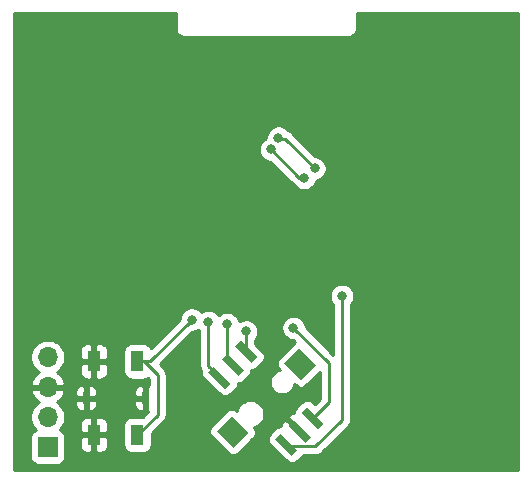
<source format=gtl>
G04 #@! TF.GenerationSoftware,KiCad,Pcbnew,5.1.10-88a1d61d58~90~ubuntu20.04.1*
G04 #@! TF.CreationDate,2021-11-23T17:14:05+00:00*
G04 #@! TF.ProjectId,sketch_v2,736b6574-6368-45f7-9632-2e6b69636164,rev?*
G04 #@! TF.SameCoordinates,Original*
G04 #@! TF.FileFunction,Copper,L1,Top*
G04 #@! TF.FilePolarity,Positive*
%FSLAX46Y46*%
G04 Gerber Fmt 4.6, Leading zero omitted, Abs format (unit mm)*
G04 Created by KiCad (PCBNEW 5.1.10-88a1d61d58~90~ubuntu20.04.1) date 2021-11-23 17:14:05*
%MOMM*%
%LPD*%
G01*
G04 APERTURE LIST*
G04 #@! TA.AperFunction,ComponentPad*
%ADD10O,1.700000X1.700000*%
G04 #@! TD*
G04 #@! TA.AperFunction,ComponentPad*
%ADD11R,1.700000X1.700000*%
G04 #@! TD*
G04 #@! TA.AperFunction,SMDPad,CuDef*
%ADD12C,0.100000*%
G04 #@! TD*
G04 #@! TA.AperFunction,SMDPad,CuDef*
%ADD13R,0.600000X1.000000*%
G04 #@! TD*
G04 #@! TA.AperFunction,SMDPad,CuDef*
%ADD14R,1.100000X1.800000*%
G04 #@! TD*
G04 #@! TA.AperFunction,ViaPad*
%ADD15C,0.800000*%
G04 #@! TD*
G04 #@! TA.AperFunction,Conductor*
%ADD16C,0.250000*%
G04 #@! TD*
G04 #@! TA.AperFunction,Conductor*
%ADD17C,0.254000*%
G04 #@! TD*
G04 #@! TA.AperFunction,Conductor*
%ADD18C,0.100000*%
G04 #@! TD*
G04 APERTURE END LIST*
D10*
X93500000Y-89780000D03*
X93500000Y-92320000D03*
X93500000Y-94860000D03*
D11*
X93500000Y-97400000D03*
G04 #@! TA.AperFunction,SMDPad,CuDef*
D12*
G36*
X113520279Y-90315507D02*
G01*
X114793071Y-89042715D01*
X116207285Y-90456929D01*
X114934493Y-91729721D01*
X113520279Y-90315507D01*
G37*
G04 #@! TD.AperFunction*
G04 #@! TA.AperFunction,SMDPad,CuDef*
G36*
X107792715Y-96043071D02*
G01*
X109065507Y-94770279D01*
X110479721Y-96184493D01*
X109206929Y-97457285D01*
X107792715Y-96043071D01*
G37*
G04 #@! TD.AperFunction*
G04 #@! TA.AperFunction,SMDPad,CuDef*
G36*
X115010861Y-94481780D02*
G01*
X115482501Y-94010140D01*
X116896715Y-95424354D01*
X116425075Y-95895994D01*
X115010861Y-94481780D01*
G37*
G04 #@! TD.AperFunction*
G04 #@! TA.AperFunction,SMDPad,CuDef*
G36*
X113885500Y-95607140D02*
G01*
X114357140Y-95135500D01*
X115771354Y-96549714D01*
X115299714Y-97021354D01*
X113885500Y-95607140D01*
G37*
G04 #@! TD.AperFunction*
G04 #@! TA.AperFunction,SMDPad,CuDef*
G36*
X112760140Y-96732501D02*
G01*
X113231780Y-96260861D01*
X114645994Y-97675075D01*
X114174354Y-98146715D01*
X112760140Y-96732501D01*
G37*
G04 #@! TD.AperFunction*
G04 #@! TA.AperFunction,SMDPad,CuDef*
G36*
X107103285Y-91075646D02*
G01*
X107574925Y-90604006D01*
X108989139Y-92018220D01*
X108517499Y-92489860D01*
X107103285Y-91075646D01*
G37*
G04 #@! TD.AperFunction*
G04 #@! TA.AperFunction,SMDPad,CuDef*
G36*
X108228646Y-89950286D02*
G01*
X108700286Y-89478646D01*
X110114500Y-90892860D01*
X109642860Y-91364500D01*
X108228646Y-89950286D01*
G37*
G04 #@! TD.AperFunction*
G04 #@! TA.AperFunction,SMDPad,CuDef*
G36*
X109354006Y-88824925D02*
G01*
X109825646Y-88353285D01*
X111239860Y-89767499D01*
X110768220Y-90239139D01*
X109354006Y-88824925D01*
G37*
G04 #@! TD.AperFunction*
D13*
X96750000Y-93250000D03*
X101750000Y-93250000D03*
D14*
X97400000Y-90150000D03*
X101100000Y-90150000D03*
X97400000Y-96350000D03*
X101100000Y-96350000D03*
D15*
X93400000Y-73600000D03*
X102300000Y-77900000D03*
X107000000Y-71800000D03*
X129900000Y-84100000D03*
X131000000Y-63300000D03*
X130200000Y-97000000D03*
X105700000Y-86600000D03*
X114300000Y-87300000D03*
X118400000Y-84600000D03*
X107100000Y-86800000D03*
X108700000Y-87000000D03*
X110300000Y-87600000D03*
X115200000Y-74600000D03*
X112400000Y-72200000D03*
X116100000Y-73800000D03*
X113025000Y-71200000D03*
D16*
X102150000Y-90150000D02*
X105700000Y-86600000D01*
X101100000Y-90150000D02*
X102150000Y-90150000D01*
X101100000Y-90150000D02*
X101650000Y-90150000D01*
X101650000Y-90150000D02*
X102800000Y-91300000D01*
X102800000Y-94650000D02*
X101100000Y-96350000D01*
X102800000Y-91300000D02*
X102800000Y-94650000D01*
X115953788Y-94953067D02*
X117300000Y-93606855D01*
X117300000Y-90300000D02*
X114300000Y-87300000D01*
X117300000Y-93606855D02*
X117300000Y-90300000D01*
X113845643Y-97346364D02*
X116153636Y-97346364D01*
X113703067Y-97203788D02*
X113845643Y-97346364D01*
X118400000Y-95100000D02*
X118400000Y-84600000D01*
X116153636Y-97346364D02*
X118400000Y-95100000D01*
X107100000Y-90494890D02*
X107813600Y-91208490D01*
X107100000Y-86800000D02*
X107100000Y-90494890D01*
X108700000Y-89950000D02*
X109171573Y-90421573D01*
X108700000Y-87000000D02*
X108700000Y-89950000D01*
X110300000Y-89293145D02*
X110296933Y-89296212D01*
X110300000Y-87600000D02*
X110300000Y-89293145D01*
X114800000Y-74600000D02*
X115200000Y-74600000D01*
X112400000Y-72200000D02*
X114800000Y-74600000D01*
X116100000Y-73800000D02*
X113600000Y-71300000D01*
X113125000Y-71300000D02*
X113025000Y-71200000D01*
X113600000Y-71300000D02*
X113125000Y-71300000D01*
D17*
X104340001Y-61967571D02*
X104336807Y-62000000D01*
X104349550Y-62129383D01*
X104387290Y-62253793D01*
X104448575Y-62368450D01*
X104531052Y-62468948D01*
X104631550Y-62551425D01*
X104746207Y-62612710D01*
X104870617Y-62650450D01*
X104967581Y-62660000D01*
X105000000Y-62663193D01*
X105032419Y-62660000D01*
X118967581Y-62660000D01*
X119000000Y-62663193D01*
X119032419Y-62660000D01*
X119129383Y-62650450D01*
X119253793Y-62612710D01*
X119368450Y-62551425D01*
X119468948Y-62468948D01*
X119551425Y-62368450D01*
X119612710Y-62253793D01*
X119650450Y-62129383D01*
X119663193Y-62000000D01*
X119660000Y-61967581D01*
X119660000Y-60660000D01*
X133340000Y-60660000D01*
X133340001Y-99340000D01*
X90660000Y-99340000D01*
X90660000Y-96550000D01*
X92011928Y-96550000D01*
X92011928Y-98250000D01*
X92024188Y-98374482D01*
X92060498Y-98494180D01*
X92119463Y-98604494D01*
X92198815Y-98701185D01*
X92295506Y-98780537D01*
X92405820Y-98839502D01*
X92525518Y-98875812D01*
X92650000Y-98888072D01*
X94350000Y-98888072D01*
X94474482Y-98875812D01*
X94594180Y-98839502D01*
X94704494Y-98780537D01*
X94801185Y-98701185D01*
X94880537Y-98604494D01*
X94939502Y-98494180D01*
X94975812Y-98374482D01*
X94988072Y-98250000D01*
X94988072Y-97250000D01*
X96211928Y-97250000D01*
X96224188Y-97374482D01*
X96260498Y-97494180D01*
X96319463Y-97604494D01*
X96398815Y-97701185D01*
X96495506Y-97780537D01*
X96605820Y-97839502D01*
X96725518Y-97875812D01*
X96850000Y-97888072D01*
X97114250Y-97885000D01*
X97273000Y-97726250D01*
X97273000Y-96477000D01*
X97527000Y-96477000D01*
X97527000Y-97726250D01*
X97685750Y-97885000D01*
X97950000Y-97888072D01*
X98074482Y-97875812D01*
X98194180Y-97839502D01*
X98304494Y-97780537D01*
X98401185Y-97701185D01*
X98480537Y-97604494D01*
X98539502Y-97494180D01*
X98575812Y-97374482D01*
X98588072Y-97250000D01*
X98585000Y-96635750D01*
X98426250Y-96477000D01*
X97527000Y-96477000D01*
X97273000Y-96477000D01*
X96373750Y-96477000D01*
X96215000Y-96635750D01*
X96211928Y-97250000D01*
X94988072Y-97250000D01*
X94988072Y-96550000D01*
X94975812Y-96425518D01*
X94939502Y-96305820D01*
X94880537Y-96195506D01*
X94801185Y-96098815D01*
X94704494Y-96019463D01*
X94594180Y-95960498D01*
X94521620Y-95938487D01*
X94653475Y-95806632D01*
X94815990Y-95563411D01*
X94862966Y-95450000D01*
X96211928Y-95450000D01*
X96215000Y-96064250D01*
X96373750Y-96223000D01*
X97273000Y-96223000D01*
X97273000Y-94973750D01*
X97527000Y-94973750D01*
X97527000Y-96223000D01*
X98426250Y-96223000D01*
X98585000Y-96064250D01*
X98588072Y-95450000D01*
X98575812Y-95325518D01*
X98539502Y-95205820D01*
X98480537Y-95095506D01*
X98401185Y-94998815D01*
X98304494Y-94919463D01*
X98194180Y-94860498D01*
X98074482Y-94824188D01*
X97950000Y-94811928D01*
X97685750Y-94815000D01*
X97527000Y-94973750D01*
X97273000Y-94973750D01*
X97114250Y-94815000D01*
X96850000Y-94811928D01*
X96725518Y-94824188D01*
X96605820Y-94860498D01*
X96495506Y-94919463D01*
X96398815Y-94998815D01*
X96319463Y-95095506D01*
X96260498Y-95205820D01*
X96224188Y-95325518D01*
X96211928Y-95450000D01*
X94862966Y-95450000D01*
X94927932Y-95293158D01*
X94985000Y-95006260D01*
X94985000Y-94713740D01*
X94927932Y-94426842D01*
X94815990Y-94156589D01*
X94653475Y-93913368D01*
X94490107Y-93750000D01*
X95811928Y-93750000D01*
X95824188Y-93874482D01*
X95860498Y-93994180D01*
X95919463Y-94104494D01*
X95998815Y-94201185D01*
X96095506Y-94280537D01*
X96205820Y-94339502D01*
X96325518Y-94375812D01*
X96450000Y-94388072D01*
X96464250Y-94385000D01*
X96623000Y-94226250D01*
X96623000Y-93377000D01*
X96877000Y-93377000D01*
X96877000Y-94226250D01*
X97035750Y-94385000D01*
X97050000Y-94388072D01*
X97174482Y-94375812D01*
X97294180Y-94339502D01*
X97404494Y-94280537D01*
X97501185Y-94201185D01*
X97580537Y-94104494D01*
X97639502Y-93994180D01*
X97675812Y-93874482D01*
X97688072Y-93750000D01*
X100811928Y-93750000D01*
X100824188Y-93874482D01*
X100860498Y-93994180D01*
X100919463Y-94104494D01*
X100998815Y-94201185D01*
X101095506Y-94280537D01*
X101205820Y-94339502D01*
X101325518Y-94375812D01*
X101450000Y-94388072D01*
X101464250Y-94385000D01*
X101623000Y-94226250D01*
X101623000Y-93377000D01*
X100973750Y-93377000D01*
X100815000Y-93535750D01*
X100811928Y-93750000D01*
X97688072Y-93750000D01*
X97685000Y-93535750D01*
X97526250Y-93377000D01*
X96877000Y-93377000D01*
X96623000Y-93377000D01*
X95973750Y-93377000D01*
X95815000Y-93535750D01*
X95811928Y-93750000D01*
X94490107Y-93750000D01*
X94446632Y-93706525D01*
X94264466Y-93584805D01*
X94381355Y-93515178D01*
X94597588Y-93320269D01*
X94771641Y-93086920D01*
X94896825Y-92824099D01*
X94919300Y-92750000D01*
X95811928Y-92750000D01*
X95815000Y-92964250D01*
X95973750Y-93123000D01*
X96623000Y-93123000D01*
X96623000Y-92273750D01*
X96877000Y-92273750D01*
X96877000Y-93123000D01*
X97526250Y-93123000D01*
X97685000Y-92964250D01*
X97688072Y-92750000D01*
X100811928Y-92750000D01*
X100815000Y-92964250D01*
X100973750Y-93123000D01*
X101623000Y-93123000D01*
X101623000Y-92273750D01*
X101464250Y-92115000D01*
X101450000Y-92111928D01*
X101325518Y-92124188D01*
X101205820Y-92160498D01*
X101095506Y-92219463D01*
X100998815Y-92298815D01*
X100919463Y-92395506D01*
X100860498Y-92505820D01*
X100824188Y-92625518D01*
X100811928Y-92750000D01*
X97688072Y-92750000D01*
X97675812Y-92625518D01*
X97639502Y-92505820D01*
X97580537Y-92395506D01*
X97501185Y-92298815D01*
X97404494Y-92219463D01*
X97294180Y-92160498D01*
X97174482Y-92124188D01*
X97050000Y-92111928D01*
X97035750Y-92115000D01*
X96877000Y-92273750D01*
X96623000Y-92273750D01*
X96464250Y-92115000D01*
X96450000Y-92111928D01*
X96325518Y-92124188D01*
X96205820Y-92160498D01*
X96095506Y-92219463D01*
X95998815Y-92298815D01*
X95919463Y-92395506D01*
X95860498Y-92505820D01*
X95824188Y-92625518D01*
X95811928Y-92750000D01*
X94919300Y-92750000D01*
X94941476Y-92676890D01*
X94820155Y-92447000D01*
X93627000Y-92447000D01*
X93627000Y-92467000D01*
X93373000Y-92467000D01*
X93373000Y-92447000D01*
X92179845Y-92447000D01*
X92058524Y-92676890D01*
X92103175Y-92824099D01*
X92228359Y-93086920D01*
X92402412Y-93320269D01*
X92618645Y-93515178D01*
X92735534Y-93584805D01*
X92553368Y-93706525D01*
X92346525Y-93913368D01*
X92184010Y-94156589D01*
X92072068Y-94426842D01*
X92015000Y-94713740D01*
X92015000Y-95006260D01*
X92072068Y-95293158D01*
X92184010Y-95563411D01*
X92346525Y-95806632D01*
X92478380Y-95938487D01*
X92405820Y-95960498D01*
X92295506Y-96019463D01*
X92198815Y-96098815D01*
X92119463Y-96195506D01*
X92060498Y-96305820D01*
X92024188Y-96425518D01*
X92011928Y-96550000D01*
X90660000Y-96550000D01*
X90660000Y-89633740D01*
X92015000Y-89633740D01*
X92015000Y-89926260D01*
X92072068Y-90213158D01*
X92184010Y-90483411D01*
X92346525Y-90726632D01*
X92553368Y-90933475D01*
X92735534Y-91055195D01*
X92618645Y-91124822D01*
X92402412Y-91319731D01*
X92228359Y-91553080D01*
X92103175Y-91815901D01*
X92058524Y-91963110D01*
X92179845Y-92193000D01*
X93373000Y-92193000D01*
X93373000Y-92173000D01*
X93627000Y-92173000D01*
X93627000Y-92193000D01*
X94820155Y-92193000D01*
X94941476Y-91963110D01*
X94896825Y-91815901D01*
X94771641Y-91553080D01*
X94597588Y-91319731D01*
X94381355Y-91124822D01*
X94264466Y-91055195D01*
X94272240Y-91050000D01*
X96211928Y-91050000D01*
X96224188Y-91174482D01*
X96260498Y-91294180D01*
X96319463Y-91404494D01*
X96398815Y-91501185D01*
X96495506Y-91580537D01*
X96605820Y-91639502D01*
X96725518Y-91675812D01*
X96850000Y-91688072D01*
X97114250Y-91685000D01*
X97273000Y-91526250D01*
X97273000Y-90277000D01*
X97527000Y-90277000D01*
X97527000Y-91526250D01*
X97685750Y-91685000D01*
X97950000Y-91688072D01*
X98074482Y-91675812D01*
X98194180Y-91639502D01*
X98304494Y-91580537D01*
X98401185Y-91501185D01*
X98480537Y-91404494D01*
X98539502Y-91294180D01*
X98575812Y-91174482D01*
X98588072Y-91050000D01*
X98585000Y-90435750D01*
X98426250Y-90277000D01*
X97527000Y-90277000D01*
X97273000Y-90277000D01*
X96373750Y-90277000D01*
X96215000Y-90435750D01*
X96211928Y-91050000D01*
X94272240Y-91050000D01*
X94446632Y-90933475D01*
X94653475Y-90726632D01*
X94815990Y-90483411D01*
X94927932Y-90213158D01*
X94985000Y-89926260D01*
X94985000Y-89633740D01*
X94927932Y-89346842D01*
X94887819Y-89250000D01*
X96211928Y-89250000D01*
X96215000Y-89864250D01*
X96373750Y-90023000D01*
X97273000Y-90023000D01*
X97273000Y-88773750D01*
X97527000Y-88773750D01*
X97527000Y-90023000D01*
X98426250Y-90023000D01*
X98585000Y-89864250D01*
X98588072Y-89250000D01*
X99911928Y-89250000D01*
X99911928Y-91050000D01*
X99924188Y-91174482D01*
X99960498Y-91294180D01*
X100019463Y-91404494D01*
X100098815Y-91501185D01*
X100195506Y-91580537D01*
X100305820Y-91639502D01*
X100425518Y-91675812D01*
X100550000Y-91688072D01*
X101650000Y-91688072D01*
X101774482Y-91675812D01*
X101894180Y-91639502D01*
X102004494Y-91580537D01*
X102005176Y-91579978D01*
X102040000Y-91614802D01*
X102040000Y-92114084D01*
X102035750Y-92115000D01*
X101877000Y-92273750D01*
X101877000Y-93123000D01*
X101897000Y-93123000D01*
X101897000Y-93377000D01*
X101877000Y-93377000D01*
X101877000Y-94226250D01*
X102012974Y-94362224D01*
X101563270Y-94811928D01*
X100550000Y-94811928D01*
X100425518Y-94824188D01*
X100305820Y-94860498D01*
X100195506Y-94919463D01*
X100098815Y-94998815D01*
X100019463Y-95095506D01*
X99960498Y-95205820D01*
X99924188Y-95325518D01*
X99911928Y-95450000D01*
X99911928Y-97250000D01*
X99924188Y-97374482D01*
X99960498Y-97494180D01*
X100019463Y-97604494D01*
X100098815Y-97701185D01*
X100195506Y-97780537D01*
X100305820Y-97839502D01*
X100425518Y-97875812D01*
X100550000Y-97888072D01*
X101650000Y-97888072D01*
X101774482Y-97875812D01*
X101894180Y-97839502D01*
X102004494Y-97780537D01*
X102101185Y-97701185D01*
X102180537Y-97604494D01*
X102239502Y-97494180D01*
X102275812Y-97374482D01*
X102288072Y-97250000D01*
X102288072Y-96236729D01*
X102481730Y-96043071D01*
X107154643Y-96043071D01*
X107166903Y-96167553D01*
X107203213Y-96287251D01*
X107262178Y-96397565D01*
X107341530Y-96494256D01*
X108755744Y-97908470D01*
X108852435Y-97987822D01*
X108962749Y-98046787D01*
X109082447Y-98083097D01*
X109206929Y-98095357D01*
X109331411Y-98083097D01*
X109451109Y-98046787D01*
X109561423Y-97987822D01*
X109658114Y-97908470D01*
X110834083Y-96732501D01*
X112122068Y-96732501D01*
X112134328Y-96856983D01*
X112170638Y-96976681D01*
X112229603Y-97086995D01*
X112308955Y-97183686D01*
X113723169Y-98597900D01*
X113819860Y-98677252D01*
X113930174Y-98736217D01*
X114049872Y-98772527D01*
X114174354Y-98784787D01*
X114298836Y-98772527D01*
X114418534Y-98736217D01*
X114528848Y-98677252D01*
X114625539Y-98597900D01*
X115097179Y-98126260D01*
X115113507Y-98106364D01*
X116116314Y-98106364D01*
X116153636Y-98110040D01*
X116190958Y-98106364D01*
X116190969Y-98106364D01*
X116302622Y-98095367D01*
X116445883Y-98051910D01*
X116577912Y-97981338D01*
X116693637Y-97886365D01*
X116717440Y-97857362D01*
X118911009Y-95663794D01*
X118940001Y-95640001D01*
X118963795Y-95611008D01*
X118963799Y-95611004D01*
X119034973Y-95524277D01*
X119034974Y-95524276D01*
X119105546Y-95392247D01*
X119149003Y-95248986D01*
X119160000Y-95137333D01*
X119160000Y-95137324D01*
X119163676Y-95100001D01*
X119160000Y-95062678D01*
X119160000Y-85303711D01*
X119203937Y-85259774D01*
X119317205Y-85090256D01*
X119395226Y-84901898D01*
X119435000Y-84701939D01*
X119435000Y-84498061D01*
X119395226Y-84298102D01*
X119317205Y-84109744D01*
X119203937Y-83940226D01*
X119059774Y-83796063D01*
X118890256Y-83682795D01*
X118701898Y-83604774D01*
X118501939Y-83565000D01*
X118298061Y-83565000D01*
X118098102Y-83604774D01*
X117909744Y-83682795D01*
X117740226Y-83796063D01*
X117596063Y-83940226D01*
X117482795Y-84109744D01*
X117404774Y-84298102D01*
X117365000Y-84498061D01*
X117365000Y-84701939D01*
X117404774Y-84901898D01*
X117482795Y-85090256D01*
X117596063Y-85259774D01*
X117640001Y-85303712D01*
X117640001Y-89565199D01*
X115335000Y-87260199D01*
X115335000Y-87198061D01*
X115295226Y-86998102D01*
X115217205Y-86809744D01*
X115103937Y-86640226D01*
X114959774Y-86496063D01*
X114790256Y-86382795D01*
X114601898Y-86304774D01*
X114401939Y-86265000D01*
X114198061Y-86265000D01*
X113998102Y-86304774D01*
X113809744Y-86382795D01*
X113640226Y-86496063D01*
X113496063Y-86640226D01*
X113382795Y-86809744D01*
X113304774Y-86998102D01*
X113265000Y-87198061D01*
X113265000Y-87401939D01*
X113304774Y-87601898D01*
X113382795Y-87790256D01*
X113496063Y-87959774D01*
X113640226Y-88103937D01*
X113809744Y-88217205D01*
X113998102Y-88295226D01*
X114198061Y-88335000D01*
X114260199Y-88335000D01*
X114437918Y-88512719D01*
X114341886Y-88591530D01*
X113069094Y-89864322D01*
X112989742Y-89961013D01*
X112930777Y-90071327D01*
X112894467Y-90191025D01*
X112882207Y-90315507D01*
X112894467Y-90439989D01*
X112930777Y-90559687D01*
X112989742Y-90670001D01*
X113069094Y-90766692D01*
X113185125Y-90882723D01*
X113041605Y-90911271D01*
X112853247Y-90989292D01*
X112683729Y-91102560D01*
X112539566Y-91246723D01*
X112426298Y-91416241D01*
X112348277Y-91604599D01*
X112308503Y-91804558D01*
X112308503Y-92008436D01*
X112348277Y-92208395D01*
X112426298Y-92396753D01*
X112539566Y-92566271D01*
X112683729Y-92710434D01*
X112853247Y-92823702D01*
X113041605Y-92901723D01*
X113241564Y-92941497D01*
X113445442Y-92941497D01*
X113645401Y-92901723D01*
X113833759Y-92823702D01*
X114003277Y-92710434D01*
X114147440Y-92566271D01*
X114260708Y-92396753D01*
X114338729Y-92208395D01*
X114367277Y-92064875D01*
X114483308Y-92180906D01*
X114579999Y-92260258D01*
X114690313Y-92319223D01*
X114810011Y-92355533D01*
X114934493Y-92367793D01*
X115058975Y-92355533D01*
X115178673Y-92319223D01*
X115288987Y-92260258D01*
X115385678Y-92180906D01*
X116540001Y-91026583D01*
X116540000Y-93292053D01*
X116103392Y-93728661D01*
X115933686Y-93558955D01*
X115836995Y-93479603D01*
X115726681Y-93420638D01*
X115606983Y-93384328D01*
X115482501Y-93372068D01*
X115358019Y-93384328D01*
X115238321Y-93420638D01*
X115128007Y-93479603D01*
X115031316Y-93558955D01*
X114559676Y-94030595D01*
X114480324Y-94127286D01*
X114421359Y-94237600D01*
X114385049Y-94357298D01*
X114372789Y-94481780D01*
X114374499Y-94499138D01*
X114357140Y-94497428D01*
X114232659Y-94509689D01*
X114112961Y-94545998D01*
X114002646Y-94604962D01*
X113905955Y-94684315D01*
X113874363Y-94720252D01*
X113874363Y-94944758D01*
X114828427Y-95898822D01*
X114842570Y-95884680D01*
X115022175Y-96064285D01*
X115008032Y-96078427D01*
X115022175Y-96092570D01*
X114842570Y-96272175D01*
X114828427Y-96258032D01*
X114814285Y-96272175D01*
X114634680Y-96092570D01*
X114648822Y-96078427D01*
X113694758Y-95124363D01*
X113470252Y-95124363D01*
X113434315Y-95155955D01*
X113354962Y-95252646D01*
X113295998Y-95362961D01*
X113259689Y-95482659D01*
X113247428Y-95607140D01*
X113249138Y-95624499D01*
X113231780Y-95622789D01*
X113107298Y-95635049D01*
X112987600Y-95671359D01*
X112877286Y-95730324D01*
X112780595Y-95809676D01*
X112308955Y-96281316D01*
X112229603Y-96378007D01*
X112170638Y-96488321D01*
X112134328Y-96608019D01*
X112122068Y-96732501D01*
X110834083Y-96732501D01*
X110930906Y-96635678D01*
X111010258Y-96538987D01*
X111069223Y-96428673D01*
X111105533Y-96308975D01*
X111117793Y-96184493D01*
X111105533Y-96060011D01*
X111069223Y-95940313D01*
X111010258Y-95829999D01*
X110940661Y-95745195D01*
X111002149Y-95732964D01*
X111217805Y-95643637D01*
X111411891Y-95513953D01*
X111576947Y-95348897D01*
X111706631Y-95154811D01*
X111795958Y-94939155D01*
X111841497Y-94710215D01*
X111841497Y-94476791D01*
X111795958Y-94247851D01*
X111706631Y-94032195D01*
X111576947Y-93838109D01*
X111411891Y-93673053D01*
X111217805Y-93543369D01*
X111002149Y-93454042D01*
X110773209Y-93408503D01*
X110539785Y-93408503D01*
X110310845Y-93454042D01*
X110095189Y-93543369D01*
X109901103Y-93673053D01*
X109736047Y-93838109D01*
X109606363Y-94032195D01*
X109517036Y-94247851D01*
X109504805Y-94309339D01*
X109420001Y-94239742D01*
X109309687Y-94180777D01*
X109189989Y-94144467D01*
X109065507Y-94132207D01*
X108941025Y-94144467D01*
X108821327Y-94180777D01*
X108711013Y-94239742D01*
X108614322Y-94319094D01*
X107341530Y-95591886D01*
X107262178Y-95688577D01*
X107203213Y-95798891D01*
X107166903Y-95918589D01*
X107154643Y-96043071D01*
X102481730Y-96043071D01*
X103311003Y-95213799D01*
X103340001Y-95190001D01*
X103368881Y-95154811D01*
X103434974Y-95074277D01*
X103505546Y-94942247D01*
X103512457Y-94919463D01*
X103549003Y-94798986D01*
X103560000Y-94687333D01*
X103560000Y-94687324D01*
X103563676Y-94650001D01*
X103560000Y-94612678D01*
X103560000Y-91337333D01*
X103563677Y-91300000D01*
X103549003Y-91151014D01*
X103505546Y-91007753D01*
X103434974Y-90875724D01*
X103363799Y-90788997D01*
X103340001Y-90759999D01*
X103311004Y-90736202D01*
X102974801Y-90400000D01*
X105739802Y-87635000D01*
X105801939Y-87635000D01*
X106001898Y-87595226D01*
X106190256Y-87517205D01*
X106289935Y-87450602D01*
X106296063Y-87459774D01*
X106340000Y-87503711D01*
X106340001Y-90457558D01*
X106336324Y-90494890D01*
X106340001Y-90532223D01*
X106350998Y-90643876D01*
X106354538Y-90655546D01*
X106394454Y-90787136D01*
X106465026Y-90919166D01*
X106481201Y-90938875D01*
X106477473Y-90951164D01*
X106465213Y-91075646D01*
X106477473Y-91200128D01*
X106513783Y-91319826D01*
X106572748Y-91430140D01*
X106652100Y-91526831D01*
X108066314Y-92941045D01*
X108163005Y-93020397D01*
X108273319Y-93079362D01*
X108393017Y-93115672D01*
X108517499Y-93127932D01*
X108641981Y-93115672D01*
X108761679Y-93079362D01*
X108871993Y-93020397D01*
X108968684Y-92941045D01*
X109440324Y-92469405D01*
X109519676Y-92372714D01*
X109578641Y-92262400D01*
X109614951Y-92142702D01*
X109627211Y-92018220D01*
X109625501Y-92000862D01*
X109642860Y-92002572D01*
X109767342Y-91990312D01*
X109887040Y-91954002D01*
X109997354Y-91895037D01*
X110094045Y-91815685D01*
X110565685Y-91344045D01*
X110645037Y-91247354D01*
X110704002Y-91137040D01*
X110740312Y-91017342D01*
X110752572Y-90892860D01*
X110750862Y-90875501D01*
X110768220Y-90877211D01*
X110892702Y-90864951D01*
X111012400Y-90828641D01*
X111122714Y-90769676D01*
X111219405Y-90690324D01*
X111691045Y-90218684D01*
X111770397Y-90121993D01*
X111829362Y-90011679D01*
X111865672Y-89891981D01*
X111877932Y-89767499D01*
X111865672Y-89643017D01*
X111829362Y-89523319D01*
X111770397Y-89413005D01*
X111691045Y-89316314D01*
X111060000Y-88685269D01*
X111060000Y-88303711D01*
X111103937Y-88259774D01*
X111217205Y-88090256D01*
X111295226Y-87901898D01*
X111335000Y-87701939D01*
X111335000Y-87498061D01*
X111295226Y-87298102D01*
X111217205Y-87109744D01*
X111103937Y-86940226D01*
X110959774Y-86796063D01*
X110790256Y-86682795D01*
X110601898Y-86604774D01*
X110401939Y-86565000D01*
X110198061Y-86565000D01*
X109998102Y-86604774D01*
X109809744Y-86682795D01*
X109705973Y-86752132D01*
X109695226Y-86698102D01*
X109617205Y-86509744D01*
X109503937Y-86340226D01*
X109359774Y-86196063D01*
X109190256Y-86082795D01*
X109001898Y-86004774D01*
X108801939Y-85965000D01*
X108598061Y-85965000D01*
X108398102Y-86004774D01*
X108209744Y-86082795D01*
X108040226Y-86196063D01*
X107980892Y-86255397D01*
X107903937Y-86140226D01*
X107759774Y-85996063D01*
X107590256Y-85882795D01*
X107401898Y-85804774D01*
X107201939Y-85765000D01*
X106998061Y-85765000D01*
X106798102Y-85804774D01*
X106609744Y-85882795D01*
X106510065Y-85949398D01*
X106503937Y-85940226D01*
X106359774Y-85796063D01*
X106190256Y-85682795D01*
X106001898Y-85604774D01*
X105801939Y-85565000D01*
X105598061Y-85565000D01*
X105398102Y-85604774D01*
X105209744Y-85682795D01*
X105040226Y-85796063D01*
X104896063Y-85940226D01*
X104782795Y-86109744D01*
X104704774Y-86298102D01*
X104665000Y-86498061D01*
X104665000Y-86560198D01*
X102232492Y-88992706D01*
X102180537Y-88895506D01*
X102101185Y-88798815D01*
X102004494Y-88719463D01*
X101894180Y-88660498D01*
X101774482Y-88624188D01*
X101650000Y-88611928D01*
X100550000Y-88611928D01*
X100425518Y-88624188D01*
X100305820Y-88660498D01*
X100195506Y-88719463D01*
X100098815Y-88798815D01*
X100019463Y-88895506D01*
X99960498Y-89005820D01*
X99924188Y-89125518D01*
X99911928Y-89250000D01*
X98588072Y-89250000D01*
X98575812Y-89125518D01*
X98539502Y-89005820D01*
X98480537Y-88895506D01*
X98401185Y-88798815D01*
X98304494Y-88719463D01*
X98194180Y-88660498D01*
X98074482Y-88624188D01*
X97950000Y-88611928D01*
X97685750Y-88615000D01*
X97527000Y-88773750D01*
X97273000Y-88773750D01*
X97114250Y-88615000D01*
X96850000Y-88611928D01*
X96725518Y-88624188D01*
X96605820Y-88660498D01*
X96495506Y-88719463D01*
X96398815Y-88798815D01*
X96319463Y-88895506D01*
X96260498Y-89005820D01*
X96224188Y-89125518D01*
X96211928Y-89250000D01*
X94887819Y-89250000D01*
X94815990Y-89076589D01*
X94653475Y-88833368D01*
X94446632Y-88626525D01*
X94203411Y-88464010D01*
X93933158Y-88352068D01*
X93646260Y-88295000D01*
X93353740Y-88295000D01*
X93066842Y-88352068D01*
X92796589Y-88464010D01*
X92553368Y-88626525D01*
X92346525Y-88833368D01*
X92184010Y-89076589D01*
X92072068Y-89346842D01*
X92015000Y-89633740D01*
X90660000Y-89633740D01*
X90660000Y-72098061D01*
X111365000Y-72098061D01*
X111365000Y-72301939D01*
X111404774Y-72501898D01*
X111482795Y-72690256D01*
X111596063Y-72859774D01*
X111740226Y-73003937D01*
X111909744Y-73117205D01*
X112098102Y-73195226D01*
X112298061Y-73235000D01*
X112360199Y-73235000D01*
X114236201Y-75111003D01*
X114259999Y-75140001D01*
X114288997Y-75163799D01*
X114375724Y-75234974D01*
X114381586Y-75238107D01*
X114396063Y-75259774D01*
X114540226Y-75403937D01*
X114709744Y-75517205D01*
X114898102Y-75595226D01*
X115098061Y-75635000D01*
X115301939Y-75635000D01*
X115501898Y-75595226D01*
X115690256Y-75517205D01*
X115859774Y-75403937D01*
X116003937Y-75259774D01*
X116117205Y-75090256D01*
X116195226Y-74901898D01*
X116208804Y-74833634D01*
X116401898Y-74795226D01*
X116590256Y-74717205D01*
X116759774Y-74603937D01*
X116903937Y-74459774D01*
X117017205Y-74290256D01*
X117095226Y-74101898D01*
X117135000Y-73901939D01*
X117135000Y-73698061D01*
X117095226Y-73498102D01*
X117017205Y-73309744D01*
X116903937Y-73140226D01*
X116759774Y-72996063D01*
X116590256Y-72882795D01*
X116401898Y-72804774D01*
X116201939Y-72765000D01*
X116139802Y-72765000D01*
X114163804Y-70789003D01*
X114140001Y-70759999D01*
X114024276Y-70665026D01*
X113892247Y-70594454D01*
X113858288Y-70584153D01*
X113828937Y-70540226D01*
X113684774Y-70396063D01*
X113515256Y-70282795D01*
X113326898Y-70204774D01*
X113126939Y-70165000D01*
X112923061Y-70165000D01*
X112723102Y-70204774D01*
X112534744Y-70282795D01*
X112365226Y-70396063D01*
X112221063Y-70540226D01*
X112107795Y-70709744D01*
X112029774Y-70898102D01*
X111990000Y-71098061D01*
X111990000Y-71249552D01*
X111909744Y-71282795D01*
X111740226Y-71396063D01*
X111596063Y-71540226D01*
X111482795Y-71709744D01*
X111404774Y-71898102D01*
X111365000Y-72098061D01*
X90660000Y-72098061D01*
X90660000Y-60660000D01*
X104340000Y-60660000D01*
X104340001Y-61967571D01*
G04 #@! TA.AperFunction,Conductor*
D18*
G36*
X104340001Y-61967571D02*
G01*
X104336807Y-62000000D01*
X104349550Y-62129383D01*
X104387290Y-62253793D01*
X104448575Y-62368450D01*
X104531052Y-62468948D01*
X104631550Y-62551425D01*
X104746207Y-62612710D01*
X104870617Y-62650450D01*
X104967581Y-62660000D01*
X105000000Y-62663193D01*
X105032419Y-62660000D01*
X118967581Y-62660000D01*
X119000000Y-62663193D01*
X119032419Y-62660000D01*
X119129383Y-62650450D01*
X119253793Y-62612710D01*
X119368450Y-62551425D01*
X119468948Y-62468948D01*
X119551425Y-62368450D01*
X119612710Y-62253793D01*
X119650450Y-62129383D01*
X119663193Y-62000000D01*
X119660000Y-61967581D01*
X119660000Y-60660000D01*
X133340000Y-60660000D01*
X133340001Y-99340000D01*
X90660000Y-99340000D01*
X90660000Y-96550000D01*
X92011928Y-96550000D01*
X92011928Y-98250000D01*
X92024188Y-98374482D01*
X92060498Y-98494180D01*
X92119463Y-98604494D01*
X92198815Y-98701185D01*
X92295506Y-98780537D01*
X92405820Y-98839502D01*
X92525518Y-98875812D01*
X92650000Y-98888072D01*
X94350000Y-98888072D01*
X94474482Y-98875812D01*
X94594180Y-98839502D01*
X94704494Y-98780537D01*
X94801185Y-98701185D01*
X94880537Y-98604494D01*
X94939502Y-98494180D01*
X94975812Y-98374482D01*
X94988072Y-98250000D01*
X94988072Y-97250000D01*
X96211928Y-97250000D01*
X96224188Y-97374482D01*
X96260498Y-97494180D01*
X96319463Y-97604494D01*
X96398815Y-97701185D01*
X96495506Y-97780537D01*
X96605820Y-97839502D01*
X96725518Y-97875812D01*
X96850000Y-97888072D01*
X97114250Y-97885000D01*
X97273000Y-97726250D01*
X97273000Y-96477000D01*
X97527000Y-96477000D01*
X97527000Y-97726250D01*
X97685750Y-97885000D01*
X97950000Y-97888072D01*
X98074482Y-97875812D01*
X98194180Y-97839502D01*
X98304494Y-97780537D01*
X98401185Y-97701185D01*
X98480537Y-97604494D01*
X98539502Y-97494180D01*
X98575812Y-97374482D01*
X98588072Y-97250000D01*
X98585000Y-96635750D01*
X98426250Y-96477000D01*
X97527000Y-96477000D01*
X97273000Y-96477000D01*
X96373750Y-96477000D01*
X96215000Y-96635750D01*
X96211928Y-97250000D01*
X94988072Y-97250000D01*
X94988072Y-96550000D01*
X94975812Y-96425518D01*
X94939502Y-96305820D01*
X94880537Y-96195506D01*
X94801185Y-96098815D01*
X94704494Y-96019463D01*
X94594180Y-95960498D01*
X94521620Y-95938487D01*
X94653475Y-95806632D01*
X94815990Y-95563411D01*
X94862966Y-95450000D01*
X96211928Y-95450000D01*
X96215000Y-96064250D01*
X96373750Y-96223000D01*
X97273000Y-96223000D01*
X97273000Y-94973750D01*
X97527000Y-94973750D01*
X97527000Y-96223000D01*
X98426250Y-96223000D01*
X98585000Y-96064250D01*
X98588072Y-95450000D01*
X98575812Y-95325518D01*
X98539502Y-95205820D01*
X98480537Y-95095506D01*
X98401185Y-94998815D01*
X98304494Y-94919463D01*
X98194180Y-94860498D01*
X98074482Y-94824188D01*
X97950000Y-94811928D01*
X97685750Y-94815000D01*
X97527000Y-94973750D01*
X97273000Y-94973750D01*
X97114250Y-94815000D01*
X96850000Y-94811928D01*
X96725518Y-94824188D01*
X96605820Y-94860498D01*
X96495506Y-94919463D01*
X96398815Y-94998815D01*
X96319463Y-95095506D01*
X96260498Y-95205820D01*
X96224188Y-95325518D01*
X96211928Y-95450000D01*
X94862966Y-95450000D01*
X94927932Y-95293158D01*
X94985000Y-95006260D01*
X94985000Y-94713740D01*
X94927932Y-94426842D01*
X94815990Y-94156589D01*
X94653475Y-93913368D01*
X94490107Y-93750000D01*
X95811928Y-93750000D01*
X95824188Y-93874482D01*
X95860498Y-93994180D01*
X95919463Y-94104494D01*
X95998815Y-94201185D01*
X96095506Y-94280537D01*
X96205820Y-94339502D01*
X96325518Y-94375812D01*
X96450000Y-94388072D01*
X96464250Y-94385000D01*
X96623000Y-94226250D01*
X96623000Y-93377000D01*
X96877000Y-93377000D01*
X96877000Y-94226250D01*
X97035750Y-94385000D01*
X97050000Y-94388072D01*
X97174482Y-94375812D01*
X97294180Y-94339502D01*
X97404494Y-94280537D01*
X97501185Y-94201185D01*
X97580537Y-94104494D01*
X97639502Y-93994180D01*
X97675812Y-93874482D01*
X97688072Y-93750000D01*
X100811928Y-93750000D01*
X100824188Y-93874482D01*
X100860498Y-93994180D01*
X100919463Y-94104494D01*
X100998815Y-94201185D01*
X101095506Y-94280537D01*
X101205820Y-94339502D01*
X101325518Y-94375812D01*
X101450000Y-94388072D01*
X101464250Y-94385000D01*
X101623000Y-94226250D01*
X101623000Y-93377000D01*
X100973750Y-93377000D01*
X100815000Y-93535750D01*
X100811928Y-93750000D01*
X97688072Y-93750000D01*
X97685000Y-93535750D01*
X97526250Y-93377000D01*
X96877000Y-93377000D01*
X96623000Y-93377000D01*
X95973750Y-93377000D01*
X95815000Y-93535750D01*
X95811928Y-93750000D01*
X94490107Y-93750000D01*
X94446632Y-93706525D01*
X94264466Y-93584805D01*
X94381355Y-93515178D01*
X94597588Y-93320269D01*
X94771641Y-93086920D01*
X94896825Y-92824099D01*
X94919300Y-92750000D01*
X95811928Y-92750000D01*
X95815000Y-92964250D01*
X95973750Y-93123000D01*
X96623000Y-93123000D01*
X96623000Y-92273750D01*
X96877000Y-92273750D01*
X96877000Y-93123000D01*
X97526250Y-93123000D01*
X97685000Y-92964250D01*
X97688072Y-92750000D01*
X100811928Y-92750000D01*
X100815000Y-92964250D01*
X100973750Y-93123000D01*
X101623000Y-93123000D01*
X101623000Y-92273750D01*
X101464250Y-92115000D01*
X101450000Y-92111928D01*
X101325518Y-92124188D01*
X101205820Y-92160498D01*
X101095506Y-92219463D01*
X100998815Y-92298815D01*
X100919463Y-92395506D01*
X100860498Y-92505820D01*
X100824188Y-92625518D01*
X100811928Y-92750000D01*
X97688072Y-92750000D01*
X97675812Y-92625518D01*
X97639502Y-92505820D01*
X97580537Y-92395506D01*
X97501185Y-92298815D01*
X97404494Y-92219463D01*
X97294180Y-92160498D01*
X97174482Y-92124188D01*
X97050000Y-92111928D01*
X97035750Y-92115000D01*
X96877000Y-92273750D01*
X96623000Y-92273750D01*
X96464250Y-92115000D01*
X96450000Y-92111928D01*
X96325518Y-92124188D01*
X96205820Y-92160498D01*
X96095506Y-92219463D01*
X95998815Y-92298815D01*
X95919463Y-92395506D01*
X95860498Y-92505820D01*
X95824188Y-92625518D01*
X95811928Y-92750000D01*
X94919300Y-92750000D01*
X94941476Y-92676890D01*
X94820155Y-92447000D01*
X93627000Y-92447000D01*
X93627000Y-92467000D01*
X93373000Y-92467000D01*
X93373000Y-92447000D01*
X92179845Y-92447000D01*
X92058524Y-92676890D01*
X92103175Y-92824099D01*
X92228359Y-93086920D01*
X92402412Y-93320269D01*
X92618645Y-93515178D01*
X92735534Y-93584805D01*
X92553368Y-93706525D01*
X92346525Y-93913368D01*
X92184010Y-94156589D01*
X92072068Y-94426842D01*
X92015000Y-94713740D01*
X92015000Y-95006260D01*
X92072068Y-95293158D01*
X92184010Y-95563411D01*
X92346525Y-95806632D01*
X92478380Y-95938487D01*
X92405820Y-95960498D01*
X92295506Y-96019463D01*
X92198815Y-96098815D01*
X92119463Y-96195506D01*
X92060498Y-96305820D01*
X92024188Y-96425518D01*
X92011928Y-96550000D01*
X90660000Y-96550000D01*
X90660000Y-89633740D01*
X92015000Y-89633740D01*
X92015000Y-89926260D01*
X92072068Y-90213158D01*
X92184010Y-90483411D01*
X92346525Y-90726632D01*
X92553368Y-90933475D01*
X92735534Y-91055195D01*
X92618645Y-91124822D01*
X92402412Y-91319731D01*
X92228359Y-91553080D01*
X92103175Y-91815901D01*
X92058524Y-91963110D01*
X92179845Y-92193000D01*
X93373000Y-92193000D01*
X93373000Y-92173000D01*
X93627000Y-92173000D01*
X93627000Y-92193000D01*
X94820155Y-92193000D01*
X94941476Y-91963110D01*
X94896825Y-91815901D01*
X94771641Y-91553080D01*
X94597588Y-91319731D01*
X94381355Y-91124822D01*
X94264466Y-91055195D01*
X94272240Y-91050000D01*
X96211928Y-91050000D01*
X96224188Y-91174482D01*
X96260498Y-91294180D01*
X96319463Y-91404494D01*
X96398815Y-91501185D01*
X96495506Y-91580537D01*
X96605820Y-91639502D01*
X96725518Y-91675812D01*
X96850000Y-91688072D01*
X97114250Y-91685000D01*
X97273000Y-91526250D01*
X97273000Y-90277000D01*
X97527000Y-90277000D01*
X97527000Y-91526250D01*
X97685750Y-91685000D01*
X97950000Y-91688072D01*
X98074482Y-91675812D01*
X98194180Y-91639502D01*
X98304494Y-91580537D01*
X98401185Y-91501185D01*
X98480537Y-91404494D01*
X98539502Y-91294180D01*
X98575812Y-91174482D01*
X98588072Y-91050000D01*
X98585000Y-90435750D01*
X98426250Y-90277000D01*
X97527000Y-90277000D01*
X97273000Y-90277000D01*
X96373750Y-90277000D01*
X96215000Y-90435750D01*
X96211928Y-91050000D01*
X94272240Y-91050000D01*
X94446632Y-90933475D01*
X94653475Y-90726632D01*
X94815990Y-90483411D01*
X94927932Y-90213158D01*
X94985000Y-89926260D01*
X94985000Y-89633740D01*
X94927932Y-89346842D01*
X94887819Y-89250000D01*
X96211928Y-89250000D01*
X96215000Y-89864250D01*
X96373750Y-90023000D01*
X97273000Y-90023000D01*
X97273000Y-88773750D01*
X97527000Y-88773750D01*
X97527000Y-90023000D01*
X98426250Y-90023000D01*
X98585000Y-89864250D01*
X98588072Y-89250000D01*
X99911928Y-89250000D01*
X99911928Y-91050000D01*
X99924188Y-91174482D01*
X99960498Y-91294180D01*
X100019463Y-91404494D01*
X100098815Y-91501185D01*
X100195506Y-91580537D01*
X100305820Y-91639502D01*
X100425518Y-91675812D01*
X100550000Y-91688072D01*
X101650000Y-91688072D01*
X101774482Y-91675812D01*
X101894180Y-91639502D01*
X102004494Y-91580537D01*
X102005176Y-91579978D01*
X102040000Y-91614802D01*
X102040000Y-92114084D01*
X102035750Y-92115000D01*
X101877000Y-92273750D01*
X101877000Y-93123000D01*
X101897000Y-93123000D01*
X101897000Y-93377000D01*
X101877000Y-93377000D01*
X101877000Y-94226250D01*
X102012974Y-94362224D01*
X101563270Y-94811928D01*
X100550000Y-94811928D01*
X100425518Y-94824188D01*
X100305820Y-94860498D01*
X100195506Y-94919463D01*
X100098815Y-94998815D01*
X100019463Y-95095506D01*
X99960498Y-95205820D01*
X99924188Y-95325518D01*
X99911928Y-95450000D01*
X99911928Y-97250000D01*
X99924188Y-97374482D01*
X99960498Y-97494180D01*
X100019463Y-97604494D01*
X100098815Y-97701185D01*
X100195506Y-97780537D01*
X100305820Y-97839502D01*
X100425518Y-97875812D01*
X100550000Y-97888072D01*
X101650000Y-97888072D01*
X101774482Y-97875812D01*
X101894180Y-97839502D01*
X102004494Y-97780537D01*
X102101185Y-97701185D01*
X102180537Y-97604494D01*
X102239502Y-97494180D01*
X102275812Y-97374482D01*
X102288072Y-97250000D01*
X102288072Y-96236729D01*
X102481730Y-96043071D01*
X107154643Y-96043071D01*
X107166903Y-96167553D01*
X107203213Y-96287251D01*
X107262178Y-96397565D01*
X107341530Y-96494256D01*
X108755744Y-97908470D01*
X108852435Y-97987822D01*
X108962749Y-98046787D01*
X109082447Y-98083097D01*
X109206929Y-98095357D01*
X109331411Y-98083097D01*
X109451109Y-98046787D01*
X109561423Y-97987822D01*
X109658114Y-97908470D01*
X110834083Y-96732501D01*
X112122068Y-96732501D01*
X112134328Y-96856983D01*
X112170638Y-96976681D01*
X112229603Y-97086995D01*
X112308955Y-97183686D01*
X113723169Y-98597900D01*
X113819860Y-98677252D01*
X113930174Y-98736217D01*
X114049872Y-98772527D01*
X114174354Y-98784787D01*
X114298836Y-98772527D01*
X114418534Y-98736217D01*
X114528848Y-98677252D01*
X114625539Y-98597900D01*
X115097179Y-98126260D01*
X115113507Y-98106364D01*
X116116314Y-98106364D01*
X116153636Y-98110040D01*
X116190958Y-98106364D01*
X116190969Y-98106364D01*
X116302622Y-98095367D01*
X116445883Y-98051910D01*
X116577912Y-97981338D01*
X116693637Y-97886365D01*
X116717440Y-97857362D01*
X118911009Y-95663794D01*
X118940001Y-95640001D01*
X118963795Y-95611008D01*
X118963799Y-95611004D01*
X119034973Y-95524277D01*
X119034974Y-95524276D01*
X119105546Y-95392247D01*
X119149003Y-95248986D01*
X119160000Y-95137333D01*
X119160000Y-95137324D01*
X119163676Y-95100001D01*
X119160000Y-95062678D01*
X119160000Y-85303711D01*
X119203937Y-85259774D01*
X119317205Y-85090256D01*
X119395226Y-84901898D01*
X119435000Y-84701939D01*
X119435000Y-84498061D01*
X119395226Y-84298102D01*
X119317205Y-84109744D01*
X119203937Y-83940226D01*
X119059774Y-83796063D01*
X118890256Y-83682795D01*
X118701898Y-83604774D01*
X118501939Y-83565000D01*
X118298061Y-83565000D01*
X118098102Y-83604774D01*
X117909744Y-83682795D01*
X117740226Y-83796063D01*
X117596063Y-83940226D01*
X117482795Y-84109744D01*
X117404774Y-84298102D01*
X117365000Y-84498061D01*
X117365000Y-84701939D01*
X117404774Y-84901898D01*
X117482795Y-85090256D01*
X117596063Y-85259774D01*
X117640001Y-85303712D01*
X117640001Y-89565199D01*
X115335000Y-87260199D01*
X115335000Y-87198061D01*
X115295226Y-86998102D01*
X115217205Y-86809744D01*
X115103937Y-86640226D01*
X114959774Y-86496063D01*
X114790256Y-86382795D01*
X114601898Y-86304774D01*
X114401939Y-86265000D01*
X114198061Y-86265000D01*
X113998102Y-86304774D01*
X113809744Y-86382795D01*
X113640226Y-86496063D01*
X113496063Y-86640226D01*
X113382795Y-86809744D01*
X113304774Y-86998102D01*
X113265000Y-87198061D01*
X113265000Y-87401939D01*
X113304774Y-87601898D01*
X113382795Y-87790256D01*
X113496063Y-87959774D01*
X113640226Y-88103937D01*
X113809744Y-88217205D01*
X113998102Y-88295226D01*
X114198061Y-88335000D01*
X114260199Y-88335000D01*
X114437918Y-88512719D01*
X114341886Y-88591530D01*
X113069094Y-89864322D01*
X112989742Y-89961013D01*
X112930777Y-90071327D01*
X112894467Y-90191025D01*
X112882207Y-90315507D01*
X112894467Y-90439989D01*
X112930777Y-90559687D01*
X112989742Y-90670001D01*
X113069094Y-90766692D01*
X113185125Y-90882723D01*
X113041605Y-90911271D01*
X112853247Y-90989292D01*
X112683729Y-91102560D01*
X112539566Y-91246723D01*
X112426298Y-91416241D01*
X112348277Y-91604599D01*
X112308503Y-91804558D01*
X112308503Y-92008436D01*
X112348277Y-92208395D01*
X112426298Y-92396753D01*
X112539566Y-92566271D01*
X112683729Y-92710434D01*
X112853247Y-92823702D01*
X113041605Y-92901723D01*
X113241564Y-92941497D01*
X113445442Y-92941497D01*
X113645401Y-92901723D01*
X113833759Y-92823702D01*
X114003277Y-92710434D01*
X114147440Y-92566271D01*
X114260708Y-92396753D01*
X114338729Y-92208395D01*
X114367277Y-92064875D01*
X114483308Y-92180906D01*
X114579999Y-92260258D01*
X114690313Y-92319223D01*
X114810011Y-92355533D01*
X114934493Y-92367793D01*
X115058975Y-92355533D01*
X115178673Y-92319223D01*
X115288987Y-92260258D01*
X115385678Y-92180906D01*
X116540001Y-91026583D01*
X116540000Y-93292053D01*
X116103392Y-93728661D01*
X115933686Y-93558955D01*
X115836995Y-93479603D01*
X115726681Y-93420638D01*
X115606983Y-93384328D01*
X115482501Y-93372068D01*
X115358019Y-93384328D01*
X115238321Y-93420638D01*
X115128007Y-93479603D01*
X115031316Y-93558955D01*
X114559676Y-94030595D01*
X114480324Y-94127286D01*
X114421359Y-94237600D01*
X114385049Y-94357298D01*
X114372789Y-94481780D01*
X114374499Y-94499138D01*
X114357140Y-94497428D01*
X114232659Y-94509689D01*
X114112961Y-94545998D01*
X114002646Y-94604962D01*
X113905955Y-94684315D01*
X113874363Y-94720252D01*
X113874363Y-94944758D01*
X114828427Y-95898822D01*
X114842570Y-95884680D01*
X115022175Y-96064285D01*
X115008032Y-96078427D01*
X115022175Y-96092570D01*
X114842570Y-96272175D01*
X114828427Y-96258032D01*
X114814285Y-96272175D01*
X114634680Y-96092570D01*
X114648822Y-96078427D01*
X113694758Y-95124363D01*
X113470252Y-95124363D01*
X113434315Y-95155955D01*
X113354962Y-95252646D01*
X113295998Y-95362961D01*
X113259689Y-95482659D01*
X113247428Y-95607140D01*
X113249138Y-95624499D01*
X113231780Y-95622789D01*
X113107298Y-95635049D01*
X112987600Y-95671359D01*
X112877286Y-95730324D01*
X112780595Y-95809676D01*
X112308955Y-96281316D01*
X112229603Y-96378007D01*
X112170638Y-96488321D01*
X112134328Y-96608019D01*
X112122068Y-96732501D01*
X110834083Y-96732501D01*
X110930906Y-96635678D01*
X111010258Y-96538987D01*
X111069223Y-96428673D01*
X111105533Y-96308975D01*
X111117793Y-96184493D01*
X111105533Y-96060011D01*
X111069223Y-95940313D01*
X111010258Y-95829999D01*
X110940661Y-95745195D01*
X111002149Y-95732964D01*
X111217805Y-95643637D01*
X111411891Y-95513953D01*
X111576947Y-95348897D01*
X111706631Y-95154811D01*
X111795958Y-94939155D01*
X111841497Y-94710215D01*
X111841497Y-94476791D01*
X111795958Y-94247851D01*
X111706631Y-94032195D01*
X111576947Y-93838109D01*
X111411891Y-93673053D01*
X111217805Y-93543369D01*
X111002149Y-93454042D01*
X110773209Y-93408503D01*
X110539785Y-93408503D01*
X110310845Y-93454042D01*
X110095189Y-93543369D01*
X109901103Y-93673053D01*
X109736047Y-93838109D01*
X109606363Y-94032195D01*
X109517036Y-94247851D01*
X109504805Y-94309339D01*
X109420001Y-94239742D01*
X109309687Y-94180777D01*
X109189989Y-94144467D01*
X109065507Y-94132207D01*
X108941025Y-94144467D01*
X108821327Y-94180777D01*
X108711013Y-94239742D01*
X108614322Y-94319094D01*
X107341530Y-95591886D01*
X107262178Y-95688577D01*
X107203213Y-95798891D01*
X107166903Y-95918589D01*
X107154643Y-96043071D01*
X102481730Y-96043071D01*
X103311003Y-95213799D01*
X103340001Y-95190001D01*
X103368881Y-95154811D01*
X103434974Y-95074277D01*
X103505546Y-94942247D01*
X103512457Y-94919463D01*
X103549003Y-94798986D01*
X103560000Y-94687333D01*
X103560000Y-94687324D01*
X103563676Y-94650001D01*
X103560000Y-94612678D01*
X103560000Y-91337333D01*
X103563677Y-91300000D01*
X103549003Y-91151014D01*
X103505546Y-91007753D01*
X103434974Y-90875724D01*
X103363799Y-90788997D01*
X103340001Y-90759999D01*
X103311004Y-90736202D01*
X102974801Y-90400000D01*
X105739802Y-87635000D01*
X105801939Y-87635000D01*
X106001898Y-87595226D01*
X106190256Y-87517205D01*
X106289935Y-87450602D01*
X106296063Y-87459774D01*
X106340000Y-87503711D01*
X106340001Y-90457558D01*
X106336324Y-90494890D01*
X106340001Y-90532223D01*
X106350998Y-90643876D01*
X106354538Y-90655546D01*
X106394454Y-90787136D01*
X106465026Y-90919166D01*
X106481201Y-90938875D01*
X106477473Y-90951164D01*
X106465213Y-91075646D01*
X106477473Y-91200128D01*
X106513783Y-91319826D01*
X106572748Y-91430140D01*
X106652100Y-91526831D01*
X108066314Y-92941045D01*
X108163005Y-93020397D01*
X108273319Y-93079362D01*
X108393017Y-93115672D01*
X108517499Y-93127932D01*
X108641981Y-93115672D01*
X108761679Y-93079362D01*
X108871993Y-93020397D01*
X108968684Y-92941045D01*
X109440324Y-92469405D01*
X109519676Y-92372714D01*
X109578641Y-92262400D01*
X109614951Y-92142702D01*
X109627211Y-92018220D01*
X109625501Y-92000862D01*
X109642860Y-92002572D01*
X109767342Y-91990312D01*
X109887040Y-91954002D01*
X109997354Y-91895037D01*
X110094045Y-91815685D01*
X110565685Y-91344045D01*
X110645037Y-91247354D01*
X110704002Y-91137040D01*
X110740312Y-91017342D01*
X110752572Y-90892860D01*
X110750862Y-90875501D01*
X110768220Y-90877211D01*
X110892702Y-90864951D01*
X111012400Y-90828641D01*
X111122714Y-90769676D01*
X111219405Y-90690324D01*
X111691045Y-90218684D01*
X111770397Y-90121993D01*
X111829362Y-90011679D01*
X111865672Y-89891981D01*
X111877932Y-89767499D01*
X111865672Y-89643017D01*
X111829362Y-89523319D01*
X111770397Y-89413005D01*
X111691045Y-89316314D01*
X111060000Y-88685269D01*
X111060000Y-88303711D01*
X111103937Y-88259774D01*
X111217205Y-88090256D01*
X111295226Y-87901898D01*
X111335000Y-87701939D01*
X111335000Y-87498061D01*
X111295226Y-87298102D01*
X111217205Y-87109744D01*
X111103937Y-86940226D01*
X110959774Y-86796063D01*
X110790256Y-86682795D01*
X110601898Y-86604774D01*
X110401939Y-86565000D01*
X110198061Y-86565000D01*
X109998102Y-86604774D01*
X109809744Y-86682795D01*
X109705973Y-86752132D01*
X109695226Y-86698102D01*
X109617205Y-86509744D01*
X109503937Y-86340226D01*
X109359774Y-86196063D01*
X109190256Y-86082795D01*
X109001898Y-86004774D01*
X108801939Y-85965000D01*
X108598061Y-85965000D01*
X108398102Y-86004774D01*
X108209744Y-86082795D01*
X108040226Y-86196063D01*
X107980892Y-86255397D01*
X107903937Y-86140226D01*
X107759774Y-85996063D01*
X107590256Y-85882795D01*
X107401898Y-85804774D01*
X107201939Y-85765000D01*
X106998061Y-85765000D01*
X106798102Y-85804774D01*
X106609744Y-85882795D01*
X106510065Y-85949398D01*
X106503937Y-85940226D01*
X106359774Y-85796063D01*
X106190256Y-85682795D01*
X106001898Y-85604774D01*
X105801939Y-85565000D01*
X105598061Y-85565000D01*
X105398102Y-85604774D01*
X105209744Y-85682795D01*
X105040226Y-85796063D01*
X104896063Y-85940226D01*
X104782795Y-86109744D01*
X104704774Y-86298102D01*
X104665000Y-86498061D01*
X104665000Y-86560198D01*
X102232492Y-88992706D01*
X102180537Y-88895506D01*
X102101185Y-88798815D01*
X102004494Y-88719463D01*
X101894180Y-88660498D01*
X101774482Y-88624188D01*
X101650000Y-88611928D01*
X100550000Y-88611928D01*
X100425518Y-88624188D01*
X100305820Y-88660498D01*
X100195506Y-88719463D01*
X100098815Y-88798815D01*
X100019463Y-88895506D01*
X99960498Y-89005820D01*
X99924188Y-89125518D01*
X99911928Y-89250000D01*
X98588072Y-89250000D01*
X98575812Y-89125518D01*
X98539502Y-89005820D01*
X98480537Y-88895506D01*
X98401185Y-88798815D01*
X98304494Y-88719463D01*
X98194180Y-88660498D01*
X98074482Y-88624188D01*
X97950000Y-88611928D01*
X97685750Y-88615000D01*
X97527000Y-88773750D01*
X97273000Y-88773750D01*
X97114250Y-88615000D01*
X96850000Y-88611928D01*
X96725518Y-88624188D01*
X96605820Y-88660498D01*
X96495506Y-88719463D01*
X96398815Y-88798815D01*
X96319463Y-88895506D01*
X96260498Y-89005820D01*
X96224188Y-89125518D01*
X96211928Y-89250000D01*
X94887819Y-89250000D01*
X94815990Y-89076589D01*
X94653475Y-88833368D01*
X94446632Y-88626525D01*
X94203411Y-88464010D01*
X93933158Y-88352068D01*
X93646260Y-88295000D01*
X93353740Y-88295000D01*
X93066842Y-88352068D01*
X92796589Y-88464010D01*
X92553368Y-88626525D01*
X92346525Y-88833368D01*
X92184010Y-89076589D01*
X92072068Y-89346842D01*
X92015000Y-89633740D01*
X90660000Y-89633740D01*
X90660000Y-72098061D01*
X111365000Y-72098061D01*
X111365000Y-72301939D01*
X111404774Y-72501898D01*
X111482795Y-72690256D01*
X111596063Y-72859774D01*
X111740226Y-73003937D01*
X111909744Y-73117205D01*
X112098102Y-73195226D01*
X112298061Y-73235000D01*
X112360199Y-73235000D01*
X114236201Y-75111003D01*
X114259999Y-75140001D01*
X114288997Y-75163799D01*
X114375724Y-75234974D01*
X114381586Y-75238107D01*
X114396063Y-75259774D01*
X114540226Y-75403937D01*
X114709744Y-75517205D01*
X114898102Y-75595226D01*
X115098061Y-75635000D01*
X115301939Y-75635000D01*
X115501898Y-75595226D01*
X115690256Y-75517205D01*
X115859774Y-75403937D01*
X116003937Y-75259774D01*
X116117205Y-75090256D01*
X116195226Y-74901898D01*
X116208804Y-74833634D01*
X116401898Y-74795226D01*
X116590256Y-74717205D01*
X116759774Y-74603937D01*
X116903937Y-74459774D01*
X117017205Y-74290256D01*
X117095226Y-74101898D01*
X117135000Y-73901939D01*
X117135000Y-73698061D01*
X117095226Y-73498102D01*
X117017205Y-73309744D01*
X116903937Y-73140226D01*
X116759774Y-72996063D01*
X116590256Y-72882795D01*
X116401898Y-72804774D01*
X116201939Y-72765000D01*
X116139802Y-72765000D01*
X114163804Y-70789003D01*
X114140001Y-70759999D01*
X114024276Y-70665026D01*
X113892247Y-70594454D01*
X113858288Y-70584153D01*
X113828937Y-70540226D01*
X113684774Y-70396063D01*
X113515256Y-70282795D01*
X113326898Y-70204774D01*
X113126939Y-70165000D01*
X112923061Y-70165000D01*
X112723102Y-70204774D01*
X112534744Y-70282795D01*
X112365226Y-70396063D01*
X112221063Y-70540226D01*
X112107795Y-70709744D01*
X112029774Y-70898102D01*
X111990000Y-71098061D01*
X111990000Y-71249552D01*
X111909744Y-71282795D01*
X111740226Y-71396063D01*
X111596063Y-71540226D01*
X111482795Y-71709744D01*
X111404774Y-71898102D01*
X111365000Y-72098061D01*
X90660000Y-72098061D01*
X90660000Y-60660000D01*
X104340000Y-60660000D01*
X104340001Y-61967571D01*
G37*
G04 #@! TD.AperFunction*
M02*

</source>
